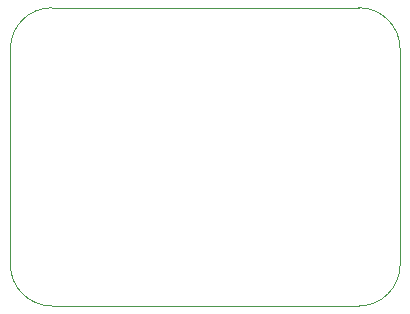
<source format=gbr>
%TF.GenerationSoftware,KiCad,Pcbnew,(6.0.9)*%
%TF.CreationDate,2022-11-21T20:55:40-06:00*%
%TF.ProjectId,solar-test,736f6c61-722d-4746-9573-742e6b696361,rev?*%
%TF.SameCoordinates,Original*%
%TF.FileFunction,Profile,NP*%
%FSLAX46Y46*%
G04 Gerber Fmt 4.6, Leading zero omitted, Abs format (unit mm)*
G04 Created by KiCad (PCBNEW (6.0.9)) date 2022-11-21 20:55:40*
%MOMM*%
%LPD*%
G01*
G04 APERTURE LIST*
%TA.AperFunction,Profile*%
%ADD10C,0.100000*%
%TD*%
G04 APERTURE END LIST*
D10*
X175499998Y-101700000D02*
X175499998Y-119950000D01*
X146000000Y-98200002D02*
X172000000Y-98200002D01*
X142500002Y-119950000D02*
X142500002Y-101700000D01*
X172000000Y-123449998D02*
X146000000Y-123449998D01*
X172000000Y-123449998D02*
G75*
G03*
X175499998Y-119950000I0J3499998D01*
G01*
X142500002Y-119950000D02*
G75*
G03*
X146000000Y-123449998I3499998J0D01*
G01*
X146000000Y-98200002D02*
G75*
G03*
X142500002Y-101700000I0J-3499998D01*
G01*
X175499998Y-101700000D02*
G75*
G03*
X172000000Y-98200002I-3499998J0D01*
G01*
M02*

</source>
